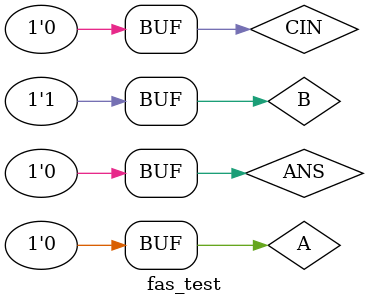
<source format=sv>
module fas_test;


logic A;
logic B;
logic CIN;
logic ANS;
logic S;
logic COUT;


fas uut(
	.a(A),
	.b(B),
	.cin(CIN),
	.a_ns(ANS),
	.s(S),
	.cout(COUT)
	
);

 initial begin
    A = 0;
    B = 0;
	CIN = 0;
	ANS = 0;    
    #100
     
	A = 0;
    B = 1;
	CIN = 0;
	ANS = 0;    
    #100
	
	
    ;end
    



endmodule

</source>
